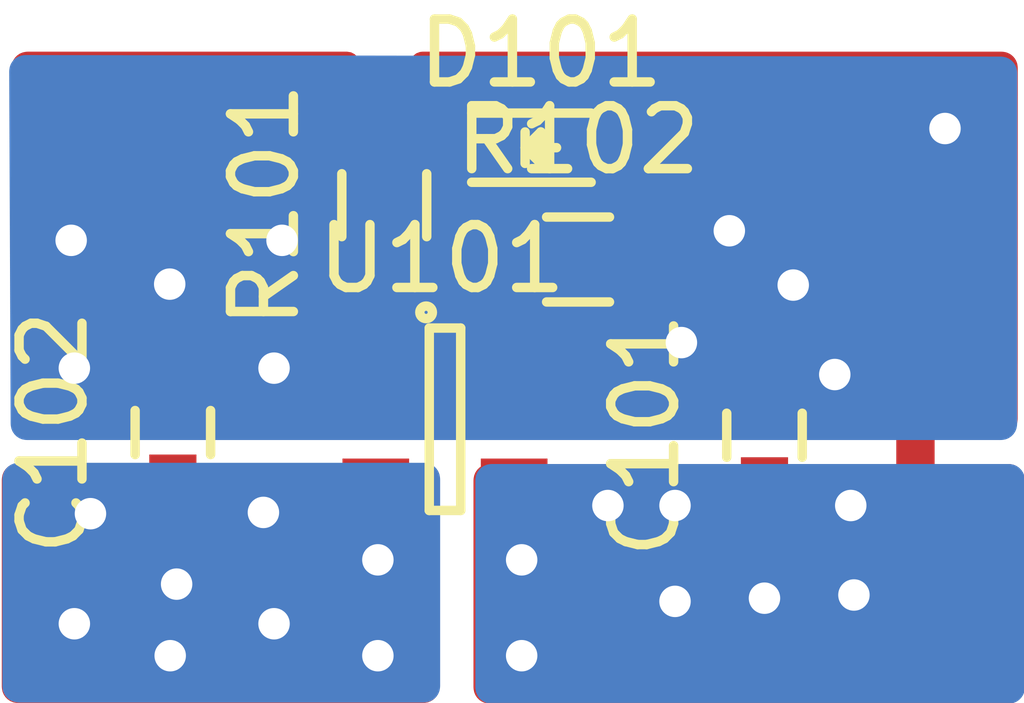
<source format=kicad_pcb>
(kicad_pcb (version 4) (host pcbnew 4.0.2-4+6225~38~ubuntu14.04.1-stable)

  (general
    (links 35)
    (no_connects 0)
    (area 0 0 0 0)
    (thickness 1.6)
    (drawings 0)
    (tracks 11)
    (zones 0)
    (modules 32)
    (nets 7)
  )

  (page A4)
  (layers
    (0 F.Cu signal)
    (31 B.Cu signal)
    (32 B.Adhes user)
    (33 F.Adhes user)
    (34 B.Paste user)
    (35 F.Paste user)
    (36 B.SilkS user)
    (37 F.SilkS user)
    (38 B.Mask user)
    (39 F.Mask user)
    (40 Dwgs.User user hide)
    (41 Cmts.User user)
    (42 Eco1.User user)
    (43 Eco2.User user)
    (44 Edge.Cuts user)
    (45 Margin user)
    (46 B.CrtYd user)
    (47 F.CrtYd user)
    (48 B.Fab user)
    (49 F.Fab user)
  )

  (setup
    (last_trace_width 0.6096)
    (user_trace_width 0.1524)
    (user_trace_width 0.254)
    (user_trace_width 0.3048)
    (user_trace_width 0.3556)
    (user_trace_width 0.4064)
    (user_trace_width 0.4572)
    (user_trace_width 0.6096)
    (user_trace_width 0.8128)
    (trace_clearance 0.254)
    (zone_clearance 0.3556)
    (zone_45_only no)
    (trace_min 0.1524)
    (segment_width 0.2)
    (edge_width 0.15)
    (via_size 9.652)
    (via_drill 0.6)
    (via_min_size 0.4)
    (via_min_drill 0.3)
    (uvia_size 0.3)
    (uvia_drill 0.1)
    (uvias_allowed no)
    (uvia_min_size 0)
    (uvia_min_drill 0)
    (pcb_text_width 0.3)
    (pcb_text_size 1.5 1.5)
    (mod_edge_width 0.15)
    (mod_text_size 1 1)
    (mod_text_width 0.15)
    (pad_size 0.889 0.889)
    (pad_drill 0.5)
    (pad_to_mask_clearance 0.2)
    (aux_axis_origin 0 0)
    (visible_elements FFFEFF7F)
    (pcbplotparams
      (layerselection 0x00030_80000001)
      (usegerberextensions false)
      (excludeedgelayer true)
      (linewidth 0.100000)
      (plotframeref false)
      (viasonmask false)
      (mode 1)
      (useauxorigin false)
      (hpglpennumber 1)
      (hpglpenspeed 20)
      (hpglpendiameter 15)
      (hpglpenoverlay 2)
      (psnegative false)
      (psa4output false)
      (plotreference true)
      (plotvalue true)
      (plotinvisibletext false)
      (padsonsilk false)
      (subtractmaskfromsilk false)
      (outputformat 4)
      (mirror false)
      (drillshape 0)
      (scaleselection 1)
      (outputdirectory PDF/))
  )

  (net 0 "")
  (net 1 GND)
  (net 2 VUSB)
  (net 3 "Net-(R102-Pad1)")
  (net 4 +BATT)
  (net 5 "Net-(R101-Pad1)")
  (net 6 "Net-(D101-Pad1)")

  (net_class Default "This is the default net class."
    (clearance 0.254)
    (trace_width 0.254)
    (via_dia 9.652)
    (via_drill 0.6)
    (uvia_dia 0.3)
    (uvia_drill 0.1)
    (add_net +BATT)
    (add_net GND)
    (add_net "Net-(D101-Pad1)")
    (add_net "Net-(R101-Pad1)")
    (add_net "Net-(R102-Pad1)")
    (add_net VUSB)
  )

  (module Capacitors_SMD:C_0603_HandSoldering (layer F.Cu) (tedit 56C120BB) (tstamp 56C11ECA)
    (at 159.8168 110.0328 90)
    (descr "Capacitor SMD 0603, hand soldering")
    (tags "capacitor 0603")
    (path /56C13245)
    (attr smd)
    (fp_text reference C101 (at 0 -1.9 90) (layer F.SilkS)
      (effects (font (size 1 1) (thickness 0.15)))
    )
    (fp_text value 4.7uF (at 0 1.9 90) (layer F.Fab) hide
      (effects (font (size 1 1) (thickness 0.15)))
    )
    (fp_line (start -1.85 -0.75) (end 1.85 -0.75) (layer F.CrtYd) (width 0.05))
    (fp_line (start -1.85 0.75) (end 1.85 0.75) (layer F.CrtYd) (width 0.05))
    (fp_line (start -1.85 -0.75) (end -1.85 0.75) (layer F.CrtYd) (width 0.05))
    (fp_line (start 1.85 -0.75) (end 1.85 0.75) (layer F.CrtYd) (width 0.05))
    (fp_line (start -0.35 -0.6) (end 0.35 -0.6) (layer F.SilkS) (width 0.15))
    (fp_line (start 0.35 0.6) (end -0.35 0.6) (layer F.SilkS) (width 0.15))
    (pad 1 smd rect (at -0.95 0 90) (size 1.2 0.75) (layers F.Cu F.Paste F.Mask)
      (net 2 VUSB))
    (pad 2 smd rect (at 0.95 0 90) (size 1.2 0.75) (layers F.Cu F.Paste F.Mask)
      (net 1 GND))
    (model Capacitors_SMD.3dshapes/C_0603_HandSoldering.wrl
      (at (xyz 0 0 0))
      (scale (xyz 1 1 1))
      (rotate (xyz 0 0 0))
    )
  )

  (module Capacitors_SMD:C_0603_HandSoldering (layer F.Cu) (tedit 56C120C4) (tstamp 56C11ED0)
    (at 150.41 109.99 90)
    (descr "Capacitor SMD 0603, hand soldering")
    (tags "capacitor 0603")
    (path /56C13CDA)
    (attr smd)
    (fp_text reference C102 (at 0 -1.9 90) (layer F.SilkS)
      (effects (font (size 1 1) (thickness 0.15)))
    )
    (fp_text value 4.7uF (at 0 1.9 90) (layer F.Fab) hide
      (effects (font (size 1 1) (thickness 0.15)))
    )
    (fp_line (start -1.85 -0.75) (end 1.85 -0.75) (layer F.CrtYd) (width 0.05))
    (fp_line (start -1.85 0.75) (end 1.85 0.75) (layer F.CrtYd) (width 0.05))
    (fp_line (start -1.85 -0.75) (end -1.85 0.75) (layer F.CrtYd) (width 0.05))
    (fp_line (start 1.85 -0.75) (end 1.85 0.75) (layer F.CrtYd) (width 0.05))
    (fp_line (start -0.35 -0.6) (end 0.35 -0.6) (layer F.SilkS) (width 0.15))
    (fp_line (start 0.35 0.6) (end -0.35 0.6) (layer F.SilkS) (width 0.15))
    (pad 1 smd rect (at -0.95 0 90) (size 1.2 0.75) (layers F.Cu F.Paste F.Mask)
      (net 4 +BATT))
    (pad 2 smd rect (at 0.95 0 90) (size 1.2 0.75) (layers F.Cu F.Paste F.Mask)
      (net 1 GND))
    (model Capacitors_SMD.3dshapes/C_0603_HandSoldering.wrl
      (at (xyz 0 0 0))
      (scale (xyz 1 1 1))
      (rotate (xyz 0 0 0))
    )
  )

  (module LEDs:LED_0603 (layer F.Cu) (tedit 56C120C7) (tstamp 56C11ED6)
    (at 156.2608 105.4608)
    (descr "LED 0603 smd package")
    (tags "LED led 0603 SMD smd SMT smt smdled SMDLED smtled SMTLED")
    (path /56C1323E)
    (attr smd)
    (fp_text reference D101 (at 0 -1.5) (layer F.SilkS)
      (effects (font (size 1 1) (thickness 0.15)))
    )
    (fp_text value LED (at 0 1.5) (layer F.Fab) hide
      (effects (font (size 1 1) (thickness 0.15)))
    )
    (fp_line (start -1.1 0.55) (end 0.8 0.55) (layer F.SilkS) (width 0.15))
    (fp_line (start -1.1 -0.55) (end 0.8 -0.55) (layer F.SilkS) (width 0.15))
    (fp_line (start -0.2 0) (end 0.25 0) (layer F.SilkS) (width 0.15))
    (fp_line (start -0.25 -0.25) (end -0.25 0.25) (layer F.SilkS) (width 0.15))
    (fp_line (start -0.25 0) (end 0 -0.25) (layer F.SilkS) (width 0.15))
    (fp_line (start 0 -0.25) (end 0 0.25) (layer F.SilkS) (width 0.15))
    (fp_line (start 0 0.25) (end -0.25 0) (layer F.SilkS) (width 0.15))
    (fp_line (start 1.4 -0.75) (end 1.4 0.75) (layer F.CrtYd) (width 0.05))
    (fp_line (start 1.4 0.75) (end -1.4 0.75) (layer F.CrtYd) (width 0.05))
    (fp_line (start -1.4 0.75) (end -1.4 -0.75) (layer F.CrtYd) (width 0.05))
    (fp_line (start -1.4 -0.75) (end 1.4 -0.75) (layer F.CrtYd) (width 0.05))
    (pad 2 smd rect (at 0.7493 0 180) (size 0.79756 0.79756) (layers F.Cu F.Paste F.Mask)
      (net 2 VUSB))
    (pad 1 smd rect (at -0.7493 0 180) (size 0.79756 0.79756) (layers F.Cu F.Paste F.Mask)
      (net 6 "Net-(D101-Pad1)"))
    (model LEDs.3dshapes/LED_0603.wrl
      (at (xyz 0 0 0))
      (scale (xyz 1 1 1))
      (rotate (xyz 0 0 180))
    )
  )

  (module TO_SOT_Packages_SMD:SOT-23-5 (layer F.Cu) (tedit 56C120C0) (tstamp 56C11EEB)
    (at 154.7368 109.7788)
    (descr "5-pin SOT23 package")
    (tags SOT-23-5)
    (path /56C13524)
    (attr smd)
    (fp_text reference U101 (at -0.05 -2.55) (layer F.SilkS)
      (effects (font (size 1 1) (thickness 0.15)))
    )
    (fp_text value MCP73831 (at -0.05 2.35) (layer F.Fab) hide
      (effects (font (size 1 1) (thickness 0.15)))
    )
    (fp_line (start -1.8 -1.6) (end 1.8 -1.6) (layer F.CrtYd) (width 0.05))
    (fp_line (start 1.8 -1.6) (end 1.8 1.6) (layer F.CrtYd) (width 0.05))
    (fp_line (start 1.8 1.6) (end -1.8 1.6) (layer F.CrtYd) (width 0.05))
    (fp_line (start -1.8 1.6) (end -1.8 -1.6) (layer F.CrtYd) (width 0.05))
    (fp_circle (center -0.3 -1.7) (end -0.2 -1.7) (layer F.SilkS) (width 0.15))
    (fp_line (start 0.25 -1.45) (end -0.25 -1.45) (layer F.SilkS) (width 0.15))
    (fp_line (start 0.25 1.45) (end 0.25 -1.45) (layer F.SilkS) (width 0.15))
    (fp_line (start -0.25 1.45) (end 0.25 1.45) (layer F.SilkS) (width 0.15))
    (fp_line (start -0.25 -1.45) (end -0.25 1.45) (layer F.SilkS) (width 0.15))
    (pad 1 smd rect (at -1.1 -0.95) (size 1.06 0.65) (layers F.Cu F.Paste F.Mask)
      (net 5 "Net-(R101-Pad1)"))
    (pad 2 smd rect (at -1.1 0) (size 1.06 0.65) (layers F.Cu F.Paste F.Mask)
      (net 1 GND))
    (pad 3 smd rect (at -1.1 0.95) (size 1.06 0.65) (layers F.Cu F.Paste F.Mask)
      (net 4 +BATT))
    (pad 4 smd rect (at 1.1 0.95) (size 1.06 0.65) (layers F.Cu F.Paste F.Mask)
      (net 2 VUSB))
    (pad 5 smd rect (at 1.1 -0.95) (size 1.06 0.65) (layers F.Cu F.Paste F.Mask)
      (net 3 "Net-(R102-Pad1)"))
    (model TO_SOT_Packages_SMD.3dshapes/SOT-23-5.wrl
      (at (xyz 0 0 0))
      (scale (xyz 1 1 1))
      (rotate (xyz 0 0 0))
    )
  )

  (module Resistors_SMD:R_0603_HandSoldering (layer F.Cu) (tedit 5418A00F) (tstamp 56C34AFF)
    (at 153.7716 106.3752 90)
    (descr "Resistor SMD 0603, hand soldering")
    (tags "resistor 0603")
    (path /56C1323D)
    (attr smd)
    (fp_text reference R101 (at 0 -1.9 90) (layer F.SilkS)
      (effects (font (size 1 1) (thickness 0.15)))
    )
    (fp_text value 470 (at 0 1.9 90) (layer F.Fab)
      (effects (font (size 1 1) (thickness 0.15)))
    )
    (fp_line (start -2 -0.8) (end 2 -0.8) (layer F.CrtYd) (width 0.05))
    (fp_line (start -2 0.8) (end 2 0.8) (layer F.CrtYd) (width 0.05))
    (fp_line (start -2 -0.8) (end -2 0.8) (layer F.CrtYd) (width 0.05))
    (fp_line (start 2 -0.8) (end 2 0.8) (layer F.CrtYd) (width 0.05))
    (fp_line (start 0.5 0.675) (end -0.5 0.675) (layer F.SilkS) (width 0.15))
    (fp_line (start -0.5 -0.675) (end 0.5 -0.675) (layer F.SilkS) (width 0.15))
    (pad 1 smd rect (at -1.1 0 90) (size 1.2 0.9) (layers F.Cu F.Paste F.Mask)
      (net 5 "Net-(R101-Pad1)"))
    (pad 2 smd rect (at 1.1 0 90) (size 1.2 0.9) (layers F.Cu F.Paste F.Mask)
      (net 6 "Net-(D101-Pad1)"))
    (model Resistors_SMD.3dshapes/R_0603_HandSoldering.wrl
      (at (xyz 0 0 0))
      (scale (xyz 1 1 1))
      (rotate (xyz 0 0 0))
    )
  )

  (module Resistors_SMD:R_0603_HandSoldering (layer F.Cu) (tedit 5418A00F) (tstamp 56C34B04)
    (at 156.8528 107.2388)
    (descr "Resistor SMD 0603, hand soldering")
    (tags "resistor 0603")
    (path /56C1323F)
    (attr smd)
    (fp_text reference R102 (at 0 -1.9) (layer F.SilkS)
      (effects (font (size 1 1) (thickness 0.15)))
    )
    (fp_text value 2k (at 0 1.9) (layer F.Fab)
      (effects (font (size 1 1) (thickness 0.15)))
    )
    (fp_line (start -2 -0.8) (end 2 -0.8) (layer F.CrtYd) (width 0.05))
    (fp_line (start -2 0.8) (end 2 0.8) (layer F.CrtYd) (width 0.05))
    (fp_line (start -2 -0.8) (end -2 0.8) (layer F.CrtYd) (width 0.05))
    (fp_line (start 2 -0.8) (end 2 0.8) (layer F.CrtYd) (width 0.05))
    (fp_line (start 0.5 0.675) (end -0.5 0.675) (layer F.SilkS) (width 0.15))
    (fp_line (start -0.5 -0.675) (end 0.5 -0.675) (layer F.SilkS) (width 0.15))
    (pad 1 smd rect (at -1.1 0) (size 1.2 0.9) (layers F.Cu F.Paste F.Mask)
      (net 3 "Net-(R102-Pad1)"))
    (pad 2 smd rect (at 1.1 0) (size 1.2 0.9) (layers F.Cu F.Paste F.Mask)
      (net 1 GND))
    (model Resistors_SMD.3dshapes/R_0603_HandSoldering.wrl
      (at (xyz 0 0 0))
      (scale (xyz 1 1 1))
      (rotate (xyz 0 0 0))
    )
  )

  (module Libs:VIA-GND (layer F.Cu) (tedit 56C34BD5) (tstamp 56C57581)
    (at 153.67 113.538)
    (tags "gnd via stitch")
    (fp_text reference VIA** (at 0.1 1.4) (layer F.SilkS) hide
      (effects (font (size 1 1) (thickness 0.15)))
    )
    (fp_text value VIA-GND (at 0.2 -1.3) (layer F.Fab) hide
      (effects (font (size 1 1) (thickness 0.15)))
    )
    (pad ~ thru_hole circle (at 0 0) (size 0.889 0.889) (drill 0.5) (layers *.Cu Dwgs.User)
      (net 4 +BATT) (zone_connect 2))
  )

  (module Libs:VIA-GND (layer F.Cu) (tedit 56C34BD5) (tstamp 56C57585)
    (at 155.956 113.538)
    (tags "gnd via stitch")
    (fp_text reference VIA** (at 0.1 1.4) (layer F.SilkS) hide
      (effects (font (size 1 1) (thickness 0.15)))
    )
    (fp_text value VIA-GND (at 0.2 -1.3) (layer F.Fab) hide
      (effects (font (size 1 1) (thickness 0.15)))
    )
    (pad ~ thru_hole circle (at 0 0) (size 0.889 0.889) (drill 0.5) (layers *.Cu Dwgs.User)
      (net 2 VUSB) (zone_connect 2))
  )

  (module Libs:VIA-GND (layer F.Cu) (tedit 56C34BD5) (tstamp 56C57589)
    (at 159.8168 112.6236)
    (tags "gnd via stitch")
    (fp_text reference VIA** (at 0.1 1.4) (layer F.SilkS) hide
      (effects (font (size 1 1) (thickness 0.15)))
    )
    (fp_text value VIA-GND (at 0.2 -1.3) (layer F.Fab) hide
      (effects (font (size 1 1) (thickness 0.15)))
    )
    (pad ~ thru_hole circle (at 0 0) (size 0.889 0.889) (drill 0.5) (layers *.Cu Dwgs.User)
      (net 2 VUSB) (zone_connect 2))
  )

  (module Libs:VIA-GND (layer F.Cu) (tedit 56C34BD5) (tstamp 56C5752F)
    (at 158.3944 111.1504)
    (tags "gnd via stitch")
    (fp_text reference VIA** (at 0.1 1.4) (layer F.SilkS) hide
      (effects (font (size 1 1) (thickness 0.15)))
    )
    (fp_text value VIA-GND (at 0.2 -1.3) (layer F.Fab) hide
      (effects (font (size 1 1) (thickness 0.15)))
    )
    (pad ~ thru_hole circle (at 0 0) (size 0.889 0.889) (drill 0.5) (layers *.Cu Dwgs.User)
      (net 2 VUSB) (zone_connect 2))
  )

  (module Libs:VIA-GND (layer F.Cu) (tedit 56C34BD5) (tstamp 56C57594)
    (at 161.2392 112.5728)
    (tags "gnd via stitch")
    (fp_text reference VIA** (at 0.1 1.4) (layer F.SilkS) hide
      (effects (font (size 1 1) (thickness 0.15)))
    )
    (fp_text value VIA-GND (at 0.2 -1.3) (layer F.Fab) hide
      (effects (font (size 1 1) (thickness 0.15)))
    )
    (pad ~ thru_hole circle (at 0 0) (size 0.889 0.889) (drill 0.5) (layers *.Cu Dwgs.User)
      (net 2 VUSB) (zone_connect 2))
  )

  (module Libs:VIA-GND (layer F.Cu) (tedit 56C34BD5) (tstamp 56C5757D)
    (at 150.368 113.538)
    (tags "gnd via stitch")
    (fp_text reference VIA** (at 0.1 1.4) (layer F.SilkS) hide
      (effects (font (size 1 1) (thickness 0.15)))
    )
    (fp_text value VIA-GND (at 0.2 -1.3) (layer F.Fab) hide
      (effects (font (size 1 1) (thickness 0.15)))
    )
    (pad ~ thru_hole circle (at 0 0) (size 0.889 0.889) (drill 0.5) (layers *.Cu Dwgs.User)
      (net 4 +BATT) (zone_connect 2))
  )

  (module Libs:VIA-GND (layer F.Cu) (tedit 56C34BD5) (tstamp 56C57535)
    (at 158.3944 112.6744)
    (tags "gnd via stitch")
    (fp_text reference VIA** (at 0.1 1.4) (layer F.SilkS) hide
      (effects (font (size 1 1) (thickness 0.15)))
    )
    (fp_text value VIA-GND (at 0.2 -1.3) (layer F.Fab) hide
      (effects (font (size 1 1) (thickness 0.15)))
    )
    (pad ~ thru_hole circle (at 0 0) (size 0.889 0.889) (drill 0.5) (layers *.Cu Dwgs.User)
      (net 2 VUSB) (zone_connect 2))
  )

  (module Libs:VIA-GND (layer F.Cu) (tedit 56C34BD5) (tstamp 56C5752B)
    (at 161.1884 111.1504)
    (tags "gnd via stitch")
    (fp_text reference VIA** (at 0.1 1.4) (layer F.SilkS) hide
      (effects (font (size 1 1) (thickness 0.15)))
    )
    (fp_text value VIA-GND (at 0.2 -1.3) (layer F.Fab) hide
      (effects (font (size 1 1) (thickness 0.15)))
    )
    (pad ~ thru_hole circle (at 0 0) (size 0.889 0.889) (drill 0.5) (layers *.Cu Dwgs.User)
      (net 2 VUSB) (zone_connect 2))
  )

  (module Libs:VIA-GND (layer F.Cu) (tedit 56C34BD5) (tstamp 56C57527)
    (at 155.956 112.014)
    (tags "gnd via stitch")
    (fp_text reference VIA** (at 0.1 1.4) (layer F.SilkS) hide
      (effects (font (size 1 1) (thickness 0.15)))
    )
    (fp_text value VIA-GND (at 0.2 -1.3) (layer F.Fab) hide
      (effects (font (size 1 1) (thickness 0.15)))
    )
    (pad ~ thru_hole circle (at 0 0) (size 0.889 0.889) (drill 0.5) (layers *.Cu Dwgs.User)
      (net 2 VUSB) (zone_connect 2))
  )

  (module Libs:VIA-GND (layer F.Cu) (tedit 56C34BD5) (tstamp 56C5751C)
    (at 153.67 112.014)
    (tags "gnd via stitch")
    (fp_text reference VIA** (at 0.1 1.4) (layer F.SilkS) hide
      (effects (font (size 1 1) (thickness 0.15)))
    )
    (fp_text value VIA-GND (at 0.2 -1.3) (layer F.Fab) hide
      (effects (font (size 1 1) (thickness 0.15)))
    )
    (pad ~ thru_hole circle (at 0 0) (size 0.889 0.889) (drill 0.5) (layers *.Cu Dwgs.User)
      (net 4 +BATT) (zone_connect 2))
  )

  (module Libs:VIA-GND (layer F.Cu) (tedit 56C34BD5) (tstamp 56C57518)
    (at 151.85 111.26)
    (tags "gnd via stitch")
    (fp_text reference VIA** (at 0.1 1.4) (layer F.SilkS) hide
      (effects (font (size 1 1) (thickness 0.15)))
    )
    (fp_text value VIA-GND (at 0.2 -1.3) (layer F.Fab) hide
      (effects (font (size 1 1) (thickness 0.15)))
    )
    (pad ~ thru_hole circle (at 0 0) (size 0.889 0.889) (drill 0.5) (layers *.Cu Dwgs.User)
      (net 4 +BATT) (zone_connect 2))
  )

  (module Libs:VIA-GND (layer F.Cu) (tedit 56C34BD5) (tstamp 56C57514)
    (at 152.019 113.03)
    (tags "gnd via stitch")
    (fp_text reference VIA** (at 0.1 1.4) (layer F.SilkS) hide
      (effects (font (size 1 1) (thickness 0.15)))
    )
    (fp_text value VIA-GND (at 0.2 -1.3) (layer F.Fab) hide
      (effects (font (size 1 1) (thickness 0.15)))
    )
    (pad ~ thru_hole circle (at 0 0) (size 0.889 0.889) (drill 0.5) (layers *.Cu Dwgs.User)
      (net 4 +BATT) (zone_connect 2))
  )

  (module Libs:VIA-GND (layer F.Cu) (tedit 56C34BD5) (tstamp 56C57510)
    (at 150.47 112.4)
    (tags "gnd via stitch")
    (fp_text reference VIA** (at 0.1 1.4) (layer F.SilkS) hide
      (effects (font (size 1 1) (thickness 0.15)))
    )
    (fp_text value VIA-GND (at 0.2 -1.3) (layer F.Fab) hide
      (effects (font (size 1 1) (thickness 0.15)))
    )
    (pad ~ thru_hole circle (at 0 0) (size 0.889 0.889) (drill 0.5) (layers *.Cu Dwgs.User)
      (net 4 +BATT) (zone_connect 2))
  )

  (module Libs:VIA-GND (layer F.Cu) (tedit 56C34BD5) (tstamp 56C5750C)
    (at 148.844 113.03)
    (tags "gnd via stitch")
    (fp_text reference VIA** (at 0.1 1.4) (layer F.SilkS) hide
      (effects (font (size 1 1) (thickness 0.15)))
    )
    (fp_text value VIA-GND (at 0.2 -1.3) (layer F.Fab) hide
      (effects (font (size 1 1) (thickness 0.15)))
    )
    (pad ~ thru_hole circle (at 0 0) (size 0.889 0.889) (drill 0.5) (layers *.Cu Dwgs.User)
      (net 4 +BATT) (zone_connect 2))
  )

  (module Libs:VIA-GND (layer F.Cu) (tedit 56C34BD5) (tstamp 56C574FC)
    (at 159.258 106.7816)
    (tags "gnd via stitch")
    (fp_text reference VIA** (at 0.1 1.4) (layer F.SilkS) hide
      (effects (font (size 1 1) (thickness 0.15)))
    )
    (fp_text value VIA-GND (at 0.2 -1.3) (layer F.Fab) hide
      (effects (font (size 1 1) (thickness 0.15)))
    )
    (pad ~ thru_hole circle (at 0 0) (size 0.889 0.889) (drill 0.5) (layers *.Cu Dwgs.User)
      (net 1 GND) (zone_connect 2))
  )

  (module Libs:VIA-GND (layer F.Cu) (tedit 56C34BD5) (tstamp 56C574F8)
    (at 160.9344 109.0676)
    (tags "gnd via stitch")
    (fp_text reference VIA** (at 0.1 1.4) (layer F.SilkS) hide
      (effects (font (size 1 1) (thickness 0.15)))
    )
    (fp_text value VIA-GND (at 0.2 -1.3) (layer F.Fab) hide
      (effects (font (size 1 1) (thickness 0.15)))
    )
    (pad ~ thru_hole circle (at 0 0) (size 0.889 0.889) (drill 0.5) (layers *.Cu Dwgs.User)
      (net 1 GND) (zone_connect 2))
  )

  (module Libs:VIA-GND (layer F.Cu) (tedit 56C34BD5) (tstamp 56C574EF)
    (at 162.687 105.156)
    (tags "gnd via stitch")
    (fp_text reference VIA** (at 0.1 1.4) (layer F.SilkS) hide
      (effects (font (size 1 1) (thickness 0.15)))
    )
    (fp_text value VIA-GND (at 0.2 -1.3) (layer F.Fab) hide
      (effects (font (size 1 1) (thickness 0.15)))
    )
    (pad ~ thru_hole circle (at 0 0) (size 0.889 0.889) (drill 0.5) (layers *.Cu Dwgs.User)
      (net 1 GND) (zone_connect 2))
  )

  (module Libs:VIA-GND (layer F.Cu) (tedit 56C34BD5) (tstamp 56C574EB)
    (at 160.274 107.6452)
    (tags "gnd via stitch")
    (fp_text reference VIA** (at 0.1 1.4) (layer F.SilkS) hide
      (effects (font (size 1 1) (thickness 0.15)))
    )
    (fp_text value VIA-GND (at 0.2 -1.3) (layer F.Fab) hide
      (effects (font (size 1 1) (thickness 0.15)))
    )
    (pad ~ thru_hole circle (at 0 0) (size 0.889 0.889) (drill 0.5) (layers *.Cu Dwgs.User)
      (net 1 GND) (zone_connect 2))
  )

  (module Libs:VIA-GND (layer F.Cu) (tedit 56C34BD5) (tstamp 56C574E7)
    (at 158.496 108.5596)
    (tags "gnd via stitch")
    (fp_text reference VIA** (at 0.1 1.4) (layer F.SilkS) hide
      (effects (font (size 1 1) (thickness 0.15)))
    )
    (fp_text value VIA-GND (at 0.2 -1.3) (layer F.Fab) hide
      (effects (font (size 1 1) (thickness 0.15)))
    )
    (pad ~ thru_hole circle (at 0 0) (size 0.889 0.889) (drill 0.5) (layers *.Cu Dwgs.User)
      (net 1 GND) (zone_connect 2))
  )

  (module Libs:VIA-GND (layer F.Cu) (tedit 56C34BD5) (tstamp 56C574E3)
    (at 148.844 108.966)
    (tags "gnd via stitch")
    (fp_text reference VIA** (at 0.1 1.4) (layer F.SilkS) hide
      (effects (font (size 1 1) (thickness 0.15)))
    )
    (fp_text value VIA-GND (at 0.2 -1.3) (layer F.Fab) hide
      (effects (font (size 1 1) (thickness 0.15)))
    )
    (pad ~ thru_hole circle (at 0 0) (size 0.889 0.889) (drill 0.5) (layers *.Cu Dwgs.User)
      (net 1 GND) (zone_connect 2))
  )

  (module Libs:VIA-GND (layer F.Cu) (tedit 56C34BD5) (tstamp 56C574D9)
    (at 152.019 108.966)
    (tags "gnd via stitch")
    (fp_text reference VIA** (at 0.1 1.4) (layer F.SilkS) hide
      (effects (font (size 1 1) (thickness 0.15)))
    )
    (fp_text value VIA-GND (at 0.2 -1.3) (layer F.Fab) hide
      (effects (font (size 1 1) (thickness 0.15)))
    )
    (pad ~ thru_hole circle (at 0 0) (size 0.889 0.889) (drill 0.5) (layers *.Cu Dwgs.User)
      (net 1 GND) (zone_connect 2))
  )

  (module Libs:VIA-GND (layer F.Cu) (tedit 56C34BD5) (tstamp 56C574D5)
    (at 152.146 106.934)
    (tags "gnd via stitch")
    (fp_text reference VIA** (at 0.1 1.4) (layer F.SilkS) hide
      (effects (font (size 1 1) (thickness 0.15)))
    )
    (fp_text value VIA-GND (at 0.2 -1.3) (layer F.Fab) hide
      (effects (font (size 1 1) (thickness 0.15)))
    )
    (pad ~ thru_hole circle (at 0 0) (size 0.889 0.889) (drill 0.5) (layers *.Cu Dwgs.User)
      (net 1 GND) (zone_connect 2))
  )

  (module Libs:VIA-GND (layer F.Cu) (tedit 56C34BD5) (tstamp 56C574D1)
    (at 150.36 107.63)
    (tags "gnd via stitch")
    (fp_text reference VIA** (at 0.1 1.4) (layer F.SilkS) hide
      (effects (font (size 1 1) (thickness 0.15)))
    )
    (fp_text value VIA-GND (at 0.2 -1.3) (layer F.Fab) hide
      (effects (font (size 1 1) (thickness 0.15)))
    )
    (pad ~ thru_hole circle (at 0 0) (size 0.889 0.889) (drill 0.5) (layers *.Cu Dwgs.User)
      (net 1 GND) (zone_connect 2))
  )

  (module Libs:VIA-GND (layer F.Cu) (tedit 56C34BD5) (tstamp 56C574CD)
    (at 148.7932 106.934)
    (tags "gnd via stitch")
    (fp_text reference VIA** (at 0.1 1.4) (layer F.SilkS) hide
      (effects (font (size 1 1) (thickness 0.15)))
    )
    (fp_text value VIA-GND (at 0.2 -1.3) (layer F.Fab) hide
      (effects (font (size 1 1) (thickness 0.15)))
    )
    (pad ~ thru_hole circle (at 0 0) (size 0.889 0.889) (drill 0.5) (layers *.Cu Dwgs.User)
      (net 1 GND) (zone_connect 2))
  )

  (module Libs:VIA-GND (layer F.Cu) (tedit 56C34BD5) (tstamp 56C57505)
    (at 149.1 111.28)
    (tags "gnd via stitch")
    (fp_text reference VIA** (at 0.1 1.4) (layer F.SilkS) hide
      (effects (font (size 1 1) (thickness 0.15)))
    )
    (fp_text value VIA-GND (at 0.2 -1.3) (layer F.Fab) hide
      (effects (font (size 1 1) (thickness 0.15)))
    )
    (pad ~ thru_hole circle (at 0 0) (size 0.889 0.889) (drill 0.5) (layers *.Cu Dwgs.User)
      (net 4 +BATT) (zone_connect 2))
  )

  (module Libs:VIA-GND (layer F.Cu) (tedit 56C34BD5) (tstamp 56C57525)
    (at 157.3276 111.1504)
    (tags "gnd via stitch")
    (fp_text reference VIA** (at 0.1 1.4) (layer F.SilkS) hide
      (effects (font (size 1 1) (thickness 0.15)))
    )
    (fp_text value VIA-GND (at 0.2 -1.3) (layer F.Fab) hide
      (effects (font (size 1 1) (thickness 0.15)))
    )
    (pad ~ thru_hole circle (at 0 0) (size 0.889 0.889) (drill 0.5) (layers *.Cu Dwgs.User)
      (net 2 VUSB) (zone_connect 2))
  )

  (segment (start 162.222487 110.729819) (end 162.217101 110.724433) (width 0.6096) (layer F.Cu) (net 2))
  (segment (start 158.01848 105.4608) (end 157.0101 105.4608) (width 0.6096) (layer F.Cu) (net 2))
  (segment (start 162.217101 110.724433) (end 162.217101 107.444031) (width 0.6096) (layer F.Cu) (net 2))
  (segment (start 162.217101 107.444031) (end 160.23387 105.4608) (width 0.6096) (layer F.Cu) (net 2))
  (segment (start 160.23387 105.4608) (end 158.01848 105.4608) (width 0.6096) (layer F.Cu) (net 2))
  (segment (start 155.8368 108.8288) (end 155.8368 107.3228) (width 0.6096) (layer F.Cu) (net 3))
  (segment (start 155.8368 107.3228) (end 155.7528 107.2388) (width 0.6096) (layer F.Cu) (net 3))
  (segment (start 153.6368 108.8288) (end 153.6368 107.61) (width 0.6096) (layer F.Cu) (net 5))
  (segment (start 153.6368 107.61) (end 153.7716 107.4752) (width 0.6096) (layer F.Cu) (net 5))
  (segment (start 155.5115 105.4608) (end 153.8012 105.4608) (width 0.6096) (layer F.Cu) (net 6))
  (segment (start 153.8012 105.4608) (end 153.7716 105.4904) (width 0.6096) (layer F.Cu) (net 6))

  (zone (net 1) (net_name GND) (layer F.Cu) (tstamp 0) (hatch edge 0.508)
    (connect_pads yes (clearance 0.3556))
    (min_thickness 0.4064)
    (fill yes (arc_segments 32) (thermal_gap 0.3048) (thermal_bridge_width 0.508) (smoothing fillet) (radius 0.254))
    (polygon
      (pts
        (xy 155.030276 110.03) (xy 147.842076 110.03) (xy 147.843357 103.934) (xy 163.844076 103.934) (xy 163.842795 110.03)
      )
    )
    (filled_polygon
      (pts
        (xy 153.081682 104.167534) (xy 152.949748 104.254472) (xy 152.847258 104.374724) (xy 152.782327 104.518769) (xy 152.760097 104.6752)
        (xy 152.760097 105.8752) (xy 152.767193 105.964187) (xy 152.813934 106.115118) (xy 152.900872 106.247052) (xy 153.021124 106.349542)
        (xy 153.073296 106.37306) (xy 152.949748 106.454472) (xy 152.847258 106.574724) (xy 152.782327 106.718769) (xy 152.760097 106.8752)
        (xy 152.760097 108.0665) (xy 152.734948 108.083072) (xy 152.632458 108.203324) (xy 152.567527 108.347369) (xy 152.545297 108.5038)
        (xy 152.545297 109.1538) (xy 152.552393 109.242787) (xy 152.599134 109.393718) (xy 152.686072 109.525652) (xy 152.806324 109.628142)
        (xy 152.950369 109.693073) (xy 153.1068 109.715303) (xy 154.1668 109.715303) (xy 154.255787 109.708207) (xy 154.406718 109.661466)
        (xy 154.538652 109.574528) (xy 154.641142 109.454276) (xy 154.706073 109.310231) (xy 154.728303 109.1538) (xy 154.728303 108.5038)
        (xy 154.721207 108.414813) (xy 154.703734 108.35839) (xy 154.760873 108.231631) (xy 154.779434 108.101018) (xy 154.852324 108.163142)
        (xy 154.862713 108.167825) (xy 154.832458 108.203324) (xy 154.767527 108.347369) (xy 154.745297 108.5038) (xy 154.745297 109.1538)
        (xy 154.752393 109.242787) (xy 154.799134 109.393718) (xy 154.886072 109.525652) (xy 155.006324 109.628142) (xy 155.150369 109.693073)
        (xy 155.3068 109.715303) (xy 156.3668 109.715303) (xy 156.455787 109.708207) (xy 156.606718 109.661466) (xy 156.738652 109.574528)
        (xy 156.841142 109.454276) (xy 156.906073 109.310231) (xy 156.928303 109.1538) (xy 156.928303 108.5038) (xy 156.921207 108.414813)
        (xy 156.874466 108.263882) (xy 156.787528 108.131948) (xy 156.740039 108.091474) (xy 156.827142 107.989276) (xy 156.892073 107.845231)
        (xy 156.914303 107.6888) (xy 156.914303 106.7888) (xy 156.907207 106.699813) (xy 156.860466 106.548882) (xy 156.776253 106.421083)
        (xy 157.40888 106.421083) (xy 157.497867 106.413987) (xy 157.648798 106.367246) (xy 157.71382 106.3244) (xy 159.876156 106.3244)
        (xy 161.353501 107.801746) (xy 161.353501 109.8268) (xy 160.230524 109.8268) (xy 160.1918 109.821297) (xy 159.4418 109.821297)
        (xy 159.37279 109.8268) (xy 151.323114 109.8268) (xy 151.319303 109.806545) (xy 151.275655 109.738715) (xy 151.209056 109.693209)
        (xy 151.13 109.6772) (xy 148.04535 109.6772) (xy 148.046502 104.197971) (xy 148.048446 104.17827) (xy 148.051281 104.16893)
        (xy 148.055886 104.160317) (xy 148.062083 104.152768) (xy 148.069629 104.146577) (xy 148.078242 104.141974) (xy 148.087585 104.13914)
        (xy 148.107285 104.1372) (xy 153.179633 104.1372)
      )
    )
    (filled_polygon
      (pts
        (xy 163.598707 104.138736) (xy 163.607137 104.140995) (xy 163.61504 104.144681) (xy 163.622178 104.14968) (xy 163.628347 104.15585)
        (xy 163.633349 104.162996) (xy 163.637031 104.170894) (xy 163.639288 104.179326) (xy 163.640821 104.196883) (xy 163.63965 109.766029)
        (xy 163.637706 109.78573) (xy 163.634871 109.79507) (xy 163.630266 109.803683) (xy 163.624069 109.811232) (xy 163.616523 109.817423)
        (xy 163.60791 109.822026) (xy 163.598567 109.82486) (xy 163.578867 109.8268) (xy 163.080701 109.8268) (xy 163.080701 107.444031)
        (xy 163.072917 107.364646) (xy 163.065964 107.285171) (xy 163.064697 107.280811) (xy 163.064254 107.27629) (xy 163.041188 107.199893)
        (xy 163.018941 107.123318) (xy 163.016852 107.119288) (xy 163.015539 107.114939) (xy 162.978076 107.044482) (xy 162.941377 106.973681)
        (xy 162.938545 106.970133) (xy 162.936412 106.966122) (xy 162.885997 106.904307) (xy 162.836225 106.841959) (xy 162.829989 106.835636)
        (xy 162.829886 106.835509) (xy 162.829769 106.835412) (xy 162.827758 106.833373) (xy 160.844527 104.850143) (xy 160.782924 104.799541)
        (xy 160.721776 104.748232) (xy 160.717795 104.746043) (xy 160.714287 104.743162) (xy 160.643983 104.705465) (xy 160.574078 104.667035)
        (xy 160.569751 104.665662) (xy 160.565748 104.663516) (xy 160.489455 104.640191) (xy 160.413423 104.616072) (xy 160.40891 104.615566)
        (xy 160.404567 104.614238) (xy 160.325248 104.606181) (xy 160.245928 104.597284) (xy 160.237043 104.597222) (xy 160.236884 104.597206)
        (xy 160.236736 104.59722) (xy 160.23387 104.5972) (xy 157.720528 104.5972) (xy 157.709356 104.587678) (xy 157.565311 104.522747)
        (xy 157.40888 104.500517) (xy 156.61132 104.500517) (xy 156.522333 104.507613) (xy 156.371402 104.554354) (xy 156.258752 104.628585)
        (xy 156.210756 104.587678) (xy 156.066711 104.522747) (xy 155.91028 104.500517) (xy 155.11272 104.500517) (xy 155.023733 104.507613)
        (xy 154.872802 104.554354) (xy 154.80778 104.5972) (xy 154.776883 104.5972) (xy 154.776007 104.586213) (xy 154.729266 104.435282)
        (xy 154.642328 104.303348) (xy 154.522076 104.200858) (xy 154.380855 104.1372) (xy 163.581155 104.1372)
      )
    )
  )
  (zone (net 4) (net_name +BATT) (layer F.Cu) (tstamp 0) (hatch edge 0.508)
    (connect_pads yes (clearance 0.3556))
    (min_thickness 0.4064)
    (fill yes (arc_segments 32) (thermal_gap 0.3048) (thermal_bridge_width 0.508) (smoothing fillet) (radius 0.254))
    (polygon
      (pts
        (xy 147.6904 114.290293) (xy 147.6904 110.480293) (xy 154.65 110.480293) (xy 154.65 114.290293)
      )
    )
    (filled_polygon
      (pts
        (xy 154.405719 110.685433) (xy 154.415064 110.688268) (xy 154.423674 110.69287) (xy 154.431225 110.699068) (xy 154.437423 110.706619)
        (xy 154.442025 110.715229) (xy 154.44486 110.724574) (xy 154.4468 110.744273) (xy 154.4468 114.026313) (xy 154.44486 114.046012)
        (xy 154.442025 114.055357) (xy 154.437423 114.063967) (xy 154.431225 114.071518) (xy 154.423674 114.077716) (xy 154.415064 114.082318)
        (xy 154.405719 114.085153) (xy 154.38602 114.087093) (xy 147.95438 114.087093) (xy 147.934681 114.085153) (xy 147.925336 114.082318)
        (xy 147.916726 114.077716) (xy 147.909175 114.071518) (xy 147.902977 114.063967) (xy 147.898375 114.055357) (xy 147.89554 114.046012)
        (xy 147.8936 114.026313) (xy 147.8936 110.744273) (xy 147.89554 110.724574) (xy 147.898375 110.715229) (xy 147.902977 110.706619)
        (xy 147.909175 110.699068) (xy 147.916726 110.69287) (xy 147.925336 110.688268) (xy 147.934681 110.685433) (xy 147.95438 110.683493)
        (xy 154.38602 110.683493)
      )
    )
  )
  (zone (net 2) (net_name VUSB) (layer F.Cu) (tstamp 0) (hatch edge 0.508)
    (connect_pads yes (clearance 0.3556))
    (min_thickness 0.4064)
    (fill yes (arc_segments 32) (thermal_gap 0.3048) (thermal_bridge_width 0.508) (smoothing fillet) (radius 0.254))
    (polygon
      (pts
        (xy 155.19 114.3) (xy 155.19 110.49) (xy 163.953 110.49) (xy 163.953 114.3)
      )
    )
    (filled_polygon
      (pts
        (xy 163.708719 110.69514) (xy 163.718064 110.697975) (xy 163.726674 110.702577) (xy 163.734225 110.708775) (xy 163.740423 110.716326)
        (xy 163.745025 110.724936) (xy 163.74786 110.734281) (xy 163.7498 110.75398) (xy 163.7498 114.03602) (xy 163.74786 114.055719)
        (xy 163.745025 114.065064) (xy 163.740423 114.073674) (xy 163.734225 114.081225) (xy 163.726674 114.087423) (xy 163.718064 114.092025)
        (xy 163.708719 114.09486) (xy 163.68902 114.0968) (xy 155.45398 114.0968) (xy 155.434281 114.09486) (xy 155.424936 114.092025)
        (xy 155.416326 114.087423) (xy 155.408775 114.081225) (xy 155.402577 114.073674) (xy 155.397975 114.065064) (xy 155.39514 114.055719)
        (xy 155.3932 114.03602) (xy 155.3932 110.75398) (xy 155.39514 110.734281) (xy 155.397975 110.724936) (xy 155.402577 110.716326)
        (xy 155.408775 110.708775) (xy 155.416326 110.702577) (xy 155.424936 110.697975) (xy 155.434281 110.69514) (xy 155.45398 110.6932)
        (xy 163.68902 110.6932)
      )
    )
  )
  (zone (net 1) (net_name GND) (layer B.Cu) (tstamp 56C3AF1B) (hatch edge 0.508)
    (connect_pads yes (clearance 0.3556))
    (min_thickness 0.4064)
    (fill yes (arc_segments 32) (thermal_gap 0.3048) (thermal_bridge_width 0.508) (smoothing fillet) (radius 0.254))
    (polygon
      (pts
        (xy 154.969696 110.109) (xy 147.832296 110.109) (xy 147.806896 103.9876) (xy 163.834296 104.013) (xy 163.834296 110.109)
      )
    )
    (filled_polygon
      (pts
        (xy 163.570405 104.215782) (xy 163.590083 104.21775) (xy 163.599416 104.220594) (xy 163.608017 104.225203) (xy 163.615549 104.231396)
        (xy 163.621735 104.238944) (xy 163.62633 104.247552) (xy 163.62916 104.256889) (xy 163.631096 104.276567) (xy 163.631096 109.84502)
        (xy 163.629156 109.864719) (xy 163.626321 109.874064) (xy 163.621719 109.882674) (xy 163.615521 109.890225) (xy 163.60797 109.896423)
        (xy 163.59936 109.901025) (xy 163.590015 109.90386) (xy 163.570316 109.9058) (xy 148.095204 109.9058) (xy 148.075547 109.903869)
        (xy 148.066225 109.901049) (xy 148.057629 109.896469) (xy 148.050089 109.890303) (xy 148.04389 109.882787) (xy 148.039273 109.874207)
        (xy 148.036414 109.864896) (xy 148.034403 109.845257) (xy 148.011191 104.25112) (xy 148.012665 104.233493) (xy 148.014903 104.225033)
        (xy 148.01858 104.217094) (xy 148.023588 104.209913) (xy 148.029765 104.20372) (xy 148.036928 104.198697) (xy 148.044863 104.194997)
        (xy 148.053315 104.192738) (xy 148.070937 104.191219)
      )
    )
  )
  (zone (net 4) (net_name +BATT) (layer B.Cu) (tstamp 56C3AF22) (hatch edge 0.508)
    (connect_pads yes (clearance 0.3556))
    (min_thickness 0.4064)
    (fill yes (arc_segments 32) (thermal_gap 0.3048) (thermal_bridge_width 0.508) (smoothing fillet) (radius 0.254))
    (polygon
      (pts
        (xy 147.7004 114.281037) (xy 147.7004 110.471037) (xy 154.66 110.471037) (xy 154.66 114.281037)
      )
    )
    (filled_polygon
      (pts
        (xy 154.415719 110.676177) (xy 154.425064 110.679012) (xy 154.433674 110.683614) (xy 154.441225 110.689812) (xy 154.447423 110.697363)
        (xy 154.452025 110.705973) (xy 154.45486 110.715318) (xy 154.4568 110.735017) (xy 154.4568 114.017057) (xy 154.45486 114.036756)
        (xy 154.452025 114.046101) (xy 154.447423 114.054711) (xy 154.441225 114.062262) (xy 154.433674 114.06846) (xy 154.425064 114.073062)
        (xy 154.415719 114.075897) (xy 154.39602 114.077837) (xy 147.96438 114.077837) (xy 147.944681 114.075897) (xy 147.935336 114.073062)
        (xy 147.926726 114.06846) (xy 147.919175 114.062262) (xy 147.912977 114.054711) (xy 147.908375 114.046101) (xy 147.90554 114.036756)
        (xy 147.9036 114.017057) (xy 147.9036 110.735017) (xy 147.90554 110.715318) (xy 147.908375 110.705973) (xy 147.912977 110.697363)
        (xy 147.919175 110.689812) (xy 147.926726 110.683614) (xy 147.935336 110.679012) (xy 147.944681 110.676177) (xy 147.96438 110.674237)
        (xy 154.39602 110.674237)
      )
    )
  )
  (zone (net 2) (net_name VUSB) (layer B.Cu) (tstamp 56C3AF29) (hatch edge 0.508)
    (connect_pads yes (clearance 0.3556))
    (min_thickness 0.4064)
    (fill yes (arc_segments 32) (thermal_gap 0.3048) (thermal_bridge_width 0.508) (smoothing fillet) (radius 0.254))
    (polygon
      (pts
        (xy 155.22 114.3) (xy 155.22 110.49) (xy 163.9576 110.49) (xy 163.9576 114.3)
      )
    )
    (filled_polygon
      (pts
        (xy 163.713319 110.69514) (xy 163.722664 110.697975) (xy 163.731274 110.702577) (xy 163.738825 110.708775) (xy 163.745023 110.716326)
        (xy 163.749625 110.724936) (xy 163.75246 110.734281) (xy 163.7544 110.75398) (xy 163.7544 114.03602) (xy 163.75246 114.055719)
        (xy 163.749625 114.065064) (xy 163.745023 114.073674) (xy 163.738825 114.081225) (xy 163.731274 114.087423) (xy 163.722664 114.092025)
        (xy 163.713319 114.09486) (xy 163.69362 114.0968) (xy 155.48398 114.0968) (xy 155.464281 114.09486) (xy 155.454936 114.092025)
        (xy 155.446326 114.087423) (xy 155.438775 114.081225) (xy 155.432577 114.073674) (xy 155.427975 114.065064) (xy 155.42514 114.055719)
        (xy 155.4232 114.03602) (xy 155.4232 110.75398) (xy 155.42514 110.734281) (xy 155.427975 110.724936) (xy 155.432577 110.716326)
        (xy 155.438775 110.708775) (xy 155.446326 110.702577) (xy 155.454936 110.697975) (xy 155.464281 110.69514) (xy 155.48398 110.6932)
        (xy 163.69362 110.6932)
      )
    )
  )
  (zone (net 0) (net_name "") (layer F.Cu) (tstamp 0) (hatch edge 0.508)
    (connect_pads yes (clearance 0.3048))
    (min_thickness 0.3048)
    (keepout (tracks not_allowed) (vias not_allowed) (copperpour not_allowed))
    (fill yes (arc_segments 16) (thermal_gap 0.3048) (thermal_bridge_width 0.508))
    (polygon
      (pts
        (xy 151.13 110.1344) (xy 151.13 109.8804) (xy 147.828 109.8804) (xy 147.828 110.1344)
      )
    )
  )
)

</source>
